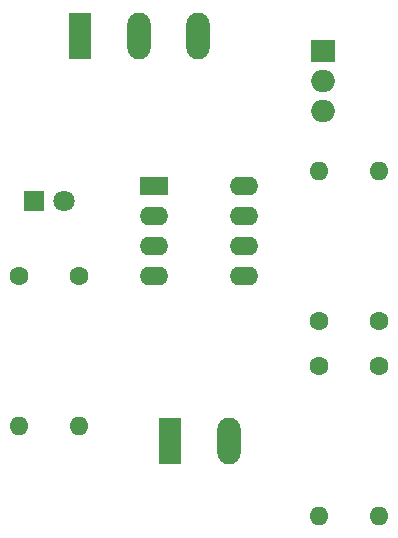
<source format=gbr>
%TF.GenerationSoftware,KiCad,Pcbnew,7.0.5*%
%TF.CreationDate,2023-07-12T17:07:00+01:00*%
%TF.ProjectId,med_assoc_lick_sens_addon,6d65645f-6173-4736-9f63-5f6c69636b5f,rev?*%
%TF.SameCoordinates,Original*%
%TF.FileFunction,Copper,L2,Bot*%
%TF.FilePolarity,Positive*%
%FSLAX46Y46*%
G04 Gerber Fmt 4.6, Leading zero omitted, Abs format (unit mm)*
G04 Created by KiCad (PCBNEW 7.0.5) date 2023-07-12 17:07:00*
%MOMM*%
%LPD*%
G01*
G04 APERTURE LIST*
%TA.AperFunction,ComponentPad*%
%ADD10R,1.980000X3.960000*%
%TD*%
%TA.AperFunction,ComponentPad*%
%ADD11O,1.980000X3.960000*%
%TD*%
%TA.AperFunction,ComponentPad*%
%ADD12R,2.400000X1.600000*%
%TD*%
%TA.AperFunction,ComponentPad*%
%ADD13O,2.400000X1.600000*%
%TD*%
%TA.AperFunction,ComponentPad*%
%ADD14C,1.600000*%
%TD*%
%TA.AperFunction,ComponentPad*%
%ADD15O,1.600000X1.600000*%
%TD*%
%TA.AperFunction,ComponentPad*%
%ADD16R,1.800000X1.800000*%
%TD*%
%TA.AperFunction,ComponentPad*%
%ADD17C,1.800000*%
%TD*%
%TA.AperFunction,ComponentPad*%
%ADD18R,2.000000X1.905000*%
%TD*%
%TA.AperFunction,ComponentPad*%
%ADD19O,2.000000X1.905000*%
%TD*%
G04 APERTURE END LIST*
D10*
%TO.P,J1,1,In*%
%TO.N,Net-(J1-In)*%
X161370000Y-77470000D03*
D11*
%TO.P,J1,2,Ext*%
%TO.N,GND*%
X166370000Y-77470000D03*
%TD*%
D12*
%TO.P,U1,1,NC*%
%TO.N,unconnected-(U1-NC-Pad1)*%
X160020000Y-55880000D03*
D13*
%TO.P,U1,2,C1*%
%TO.N,Net-(U1-C1)*%
X160020000Y-58420000D03*
%TO.P,U1,3,C2*%
%TO.N,med_ass_sig_lin*%
X160020000Y-60960000D03*
%TO.P,U1,4,NC*%
%TO.N,unconnected-(U1-NC-Pad4)*%
X160020000Y-63500000D03*
%TO.P,U1,5,GND*%
%TO.N,Net-(U1-GND)*%
X167640000Y-63500000D03*
%TO.P,U1,6,VO2*%
%TO.N,Net-(U1-VO2)*%
X167640000Y-60960000D03*
%TO.P,U1,7,VO1*%
%TO.N,unconnected-(U1-VO1-Pad7)*%
X167640000Y-58420000D03*
%TO.P,U1,8,VCC*%
%TO.N,Net-(U1-VCC)*%
X167640000Y-55880000D03*
%TD*%
D14*
%TO.P,R4,1*%
%TO.N,Net-(U1-VO2)*%
X179070000Y-67310000D03*
D15*
%TO.P,R4,2*%
%TO.N,+5V*%
X179070000Y-54610000D03*
%TD*%
D16*
%TO.P,D1,1,K*%
%TO.N,Net-(D1-K)*%
X149860000Y-57150000D03*
D17*
%TO.P,D1,2,A*%
%TO.N,+28V*%
X152400000Y-57150000D03*
%TD*%
D10*
%TO.P,J2,1,Pin_1*%
%TO.N,+28V*%
X153750000Y-43180000D03*
D11*
%TO.P,J2,2,Pin_2*%
%TO.N,med_ass_sig_lin*%
X158750000Y-43180000D03*
%TO.P,J2,3,Pin_3*%
%TO.N,GND*%
X163750000Y-43180000D03*
%TD*%
D14*
%TO.P,R6,1*%
%TO.N,Net-(U1-GND)*%
X179070000Y-71120000D03*
D15*
%TO.P,R6,2*%
%TO.N,Net-(J1-In)*%
X179070000Y-83820000D03*
%TD*%
D14*
%TO.P,R5,1*%
%TO.N,Net-(U1-GND)*%
X173990000Y-71120000D03*
D15*
%TO.P,R5,2*%
%TO.N,GND*%
X173990000Y-83820000D03*
%TD*%
D14*
%TO.P,R2,1*%
%TO.N,Net-(D1-K)*%
X148590000Y-63500000D03*
D15*
%TO.P,R2,2*%
%TO.N,Net-(U1-C1)*%
X148590000Y-76200000D03*
%TD*%
D18*
%TO.P,U2,1,IN*%
%TO.N,+28V*%
X174315000Y-44450000D03*
D19*
%TO.P,U2,2,GND*%
%TO.N,GND*%
X174315000Y-46990000D03*
%TO.P,U2,3,OUT*%
%TO.N,+5V*%
X174315000Y-49530000D03*
%TD*%
D14*
%TO.P,R1,1*%
%TO.N,Net-(D1-K)*%
X153670000Y-63500000D03*
D15*
%TO.P,R1,2*%
%TO.N,Net-(U1-C1)*%
X153670000Y-76200000D03*
%TD*%
D14*
%TO.P,R3,1*%
%TO.N,Net-(U1-VCC)*%
X173990000Y-67310000D03*
D15*
%TO.P,R3,2*%
%TO.N,+5V*%
X173990000Y-54610000D03*
%TD*%
M02*

</source>
